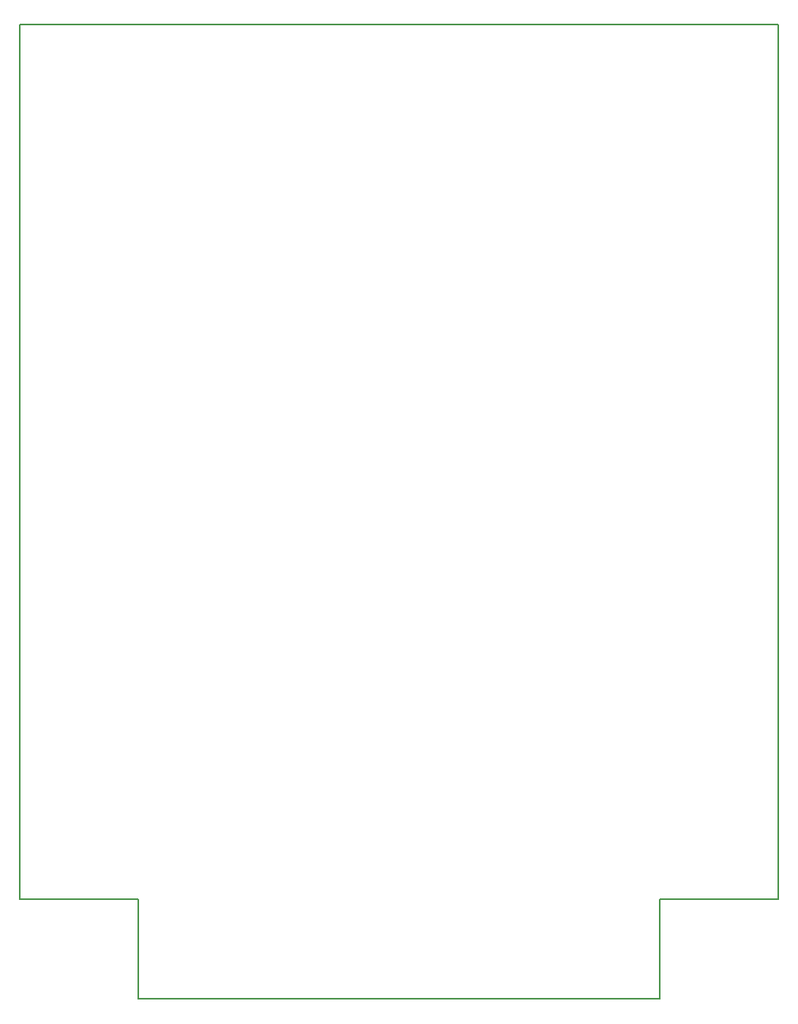
<source format=gbr>
G04 #@! TF.FileFunction,Profile,NP*
%FSLAX46Y46*%
G04 Gerber Fmt 4.6, Leading zero omitted, Abs format (unit mm)*
G04 Created by KiCad (PCBNEW 4.0.7) date 05/19/18 23:16:30*
%MOMM*%
%LPD*%
G01*
G04 APERTURE LIST*
%ADD10C,0.100000*%
%ADD11C,0.150000*%
G04 APERTURE END LIST*
D10*
D11*
X98044000Y-45720000D02*
X179324000Y-45720000D01*
X179324000Y-51308000D02*
X179324000Y-45720000D01*
X98044000Y-51308000D02*
X98044000Y-45720000D01*
X98044000Y-139446000D02*
X98044000Y-51308000D01*
X179324000Y-51308000D02*
X179324000Y-139446000D01*
X166624000Y-150114000D02*
X166624000Y-139446000D01*
X110744000Y-150114000D02*
X166624000Y-150114000D01*
X110744000Y-139446000D02*
X110744000Y-150114000D01*
X98044000Y-139446000D02*
X110744000Y-139446000D01*
X166624000Y-139446000D02*
X179324000Y-139446000D01*
M02*

</source>
